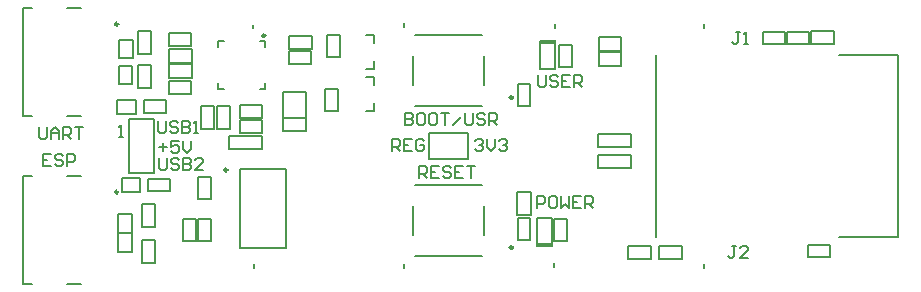
<source format=gto>
G04*
G04 #@! TF.GenerationSoftware,Altium Limited,Altium Designer,25.2.1 (25)*
G04*
G04 Layer_Color=65535*
%FSLAX25Y25*%
%MOIN*%
G70*
G04*
G04 #@! TF.SameCoordinates,CFDFC737-2A4F-4172-B32B-428E1D980CDD*
G04*
G04*
G04 #@! TF.FilePolarity,Positive*
G04*
G01*
G75*
%ADD10C,0.00984*%
%ADD11C,0.00600*%
%ADD12C,0.00787*%
%ADD13C,0.00500*%
%ADD14R,0.05600X0.01456*%
D10*
X29783Y34587D02*
G03*
X29783Y34587I-492J0D01*
G01*
Y90571D02*
G03*
X29783Y90571I-492J0D01*
G01*
X78792Y86800D02*
G03*
X78792Y86800I-492J0D01*
G01*
X161358Y66142D02*
G03*
X161358Y66142I-492J0D01*
G01*
X66189Y41992D02*
G03*
X66189Y41992I-492J0D01*
G01*
X161358Y16142D02*
G03*
X161358Y16142I-492J0D01*
G01*
D11*
X189798Y54000D02*
X197398D01*
X189798Y49600D02*
X197398D01*
X189798D02*
Y54000D01*
X75169Y9284D02*
Y10720D01*
X125061Y9176D02*
Y10612D01*
X174994Y9574D02*
Y11011D01*
X225022Y9357D02*
Y10793D01*
X74852Y89394D02*
Y90235D01*
X124895Y89500D02*
Y90879D01*
X175300Y89300D02*
Y90600D01*
X224991Y89347D02*
Y90783D01*
X244684Y83874D02*
Y88074D01*
Y83874D02*
X252084D01*
Y88074D01*
X244684D02*
X252084D01*
X252600Y83900D02*
X260000D01*
X252600D02*
Y88100D01*
X260000D01*
Y83900D02*
Y88100D01*
X66847Y48900D02*
Y53300D01*
Y48900D02*
X74447D01*
X66847Y53300D02*
X74447D01*
X34750Y79199D02*
Y85399D01*
X30150Y79199D02*
X34750D01*
X30150D02*
Y85399D01*
X34750D01*
X29917Y70586D02*
Y76786D01*
X34517D01*
Y70586D02*
Y76786D01*
X29917Y70586D02*
X34517D01*
X193200Y49600D02*
X200800D01*
X193200Y54000D02*
X200800D01*
Y49600D02*
Y54000D01*
X34303Y21124D02*
Y27324D01*
X29703Y21124D02*
X34303D01*
X29703D02*
Y27324D01*
X34303D01*
X62862Y55789D02*
X67062D01*
Y63189D01*
X62862D02*
X67062D01*
X62862Y55789D02*
Y63189D01*
X103200Y61499D02*
Y69099D01*
X98800Y61499D02*
X103200D01*
X98800D02*
Y69099D01*
X103200D01*
X57300Y55700D02*
Y63300D01*
X61700D01*
Y55700D02*
Y63300D01*
X57300Y55700D02*
X61700D01*
X77716Y59384D02*
Y63584D01*
X70316D02*
X77716D01*
X70316Y59384D02*
Y63584D01*
Y59384D02*
X77716D01*
X169300Y16730D02*
X174300D01*
Y26130D01*
X169300D02*
X174300D01*
X169300Y16730D02*
Y26130D01*
X207300Y12300D02*
Y16700D01*
X199700D02*
X207300D01*
X199700Y12300D02*
Y16700D01*
Y12300D02*
X207300D01*
X174900Y25800D02*
X179300D01*
X174900Y18200D02*
Y25800D01*
Y18200D02*
X179300D01*
Y25800D01*
X162853Y27130D02*
X167253D01*
Y34730D01*
X162853D02*
X167253D01*
X162853Y27130D02*
Y34730D01*
X163007Y18473D02*
Y25873D01*
X167207D01*
Y18473D02*
Y25873D01*
X163007Y18473D02*
X167207D01*
X170500Y85100D02*
X175500D01*
X170500Y75700D02*
Y85100D01*
Y75700D02*
X175500D01*
Y85100D01*
X176800Y83800D02*
X181200D01*
X176800Y76200D02*
Y83800D01*
Y76200D02*
X181200D01*
Y83800D01*
X33250Y41000D02*
Y59000D01*
Y41000D02*
X41750D01*
Y59000D01*
X33250D02*
X41750D01*
X133500Y45750D02*
Y54250D01*
Y45750D02*
X146500D01*
X133500Y54250D02*
X146500D01*
Y45750D02*
Y54250D01*
X36354Y80719D02*
Y88319D01*
X40754D01*
Y80719D02*
Y88319D01*
X36354Y80719D02*
X40754D01*
X29400Y60700D02*
Y65300D01*
Y60700D02*
X35600D01*
Y65300D01*
X29400D02*
X35600D01*
X45695Y60953D02*
Y65153D01*
X38295D02*
X45695D01*
X38295Y60953D02*
Y65153D01*
Y60953D02*
X45695D01*
X40661Y69212D02*
Y76812D01*
X36261Y69212D02*
X40661D01*
X36261D02*
Y76812D01*
X40661D01*
X46700Y72800D02*
Y77200D01*
Y72800D02*
X54300D01*
Y77200D01*
X46700D02*
X54300D01*
X46800Y71600D02*
X54200D01*
Y67400D02*
Y71600D01*
X46800Y67400D02*
X54200D01*
X46800D02*
Y71600D01*
X46700Y77800D02*
Y82200D01*
Y77800D02*
X54300D01*
Y82200D01*
X46700D02*
X54300D01*
X46800Y83400D02*
Y87600D01*
Y83400D02*
X54200D01*
Y87600D01*
X46800D02*
X54200D01*
X84837Y59425D02*
Y63825D01*
Y59425D02*
X92437D01*
Y63825D01*
X84818Y63474D02*
Y67874D01*
X92418Y63474D02*
Y67874D01*
X84818D02*
X92418D01*
X84871Y54974D02*
Y59374D01*
Y54974D02*
X92471D01*
Y59374D01*
X84871D02*
X92471D01*
X94300Y82300D02*
Y86700D01*
X86700D02*
X94300D01*
X86700Y82300D02*
Y86700D01*
Y82300D02*
X94300D01*
X86766Y77296D02*
X94166D01*
X86766D02*
Y81496D01*
X94166D01*
Y77296D02*
Y81496D01*
X99300Y79499D02*
X103700D01*
Y87099D01*
X99300D02*
X103700D01*
X99300Y79499D02*
Y87099D01*
X260823Y83982D02*
X268222D01*
X260823D02*
Y88182D01*
X268222D01*
Y83982D02*
Y88182D01*
X162900Y63300D02*
Y70700D01*
X167100D01*
Y63300D02*
Y70700D01*
X162900Y63300D02*
X167100D01*
X189901Y81800D02*
Y86200D01*
Y81800D02*
X197501D01*
Y86200D01*
X189901D02*
X197501D01*
X189901Y76800D02*
Y81200D01*
Y76800D02*
X197501D01*
Y81200D01*
X189901D02*
X197501D01*
X37800Y18501D02*
X42200D01*
X37800Y10901D02*
Y18501D01*
Y10901D02*
X42200D01*
Y18501D01*
X37800Y22901D02*
X42200D01*
Y30501D01*
X37800D02*
X42200D01*
X37800Y22901D02*
Y30501D01*
X55600Y18300D02*
Y25700D01*
X51400Y18300D02*
X55600D01*
X51400D02*
Y25700D01*
X55600D01*
X29700Y14620D02*
X34300D01*
Y20820D01*
X29700D02*
X34300D01*
X29700Y14620D02*
Y20820D01*
X30900Y34700D02*
Y39300D01*
Y34700D02*
X37100D01*
Y39300D01*
X30900D02*
X37100D01*
X39800Y34900D02*
X47200D01*
X39800D02*
Y39100D01*
X47200D01*
Y34900D02*
Y39100D01*
X60600Y18300D02*
Y25700D01*
X56400Y18300D02*
X60600D01*
X56400D02*
Y25700D01*
X60600D01*
X56400Y32300D02*
Y39700D01*
X60600D01*
Y32300D02*
Y39700D01*
X56400Y32300D02*
X60600D01*
X70300Y54400D02*
X77700D01*
X70300D02*
Y58600D01*
X77700D01*
Y54400D02*
Y58600D01*
X77849Y48900D02*
Y53300D01*
X70249D02*
X77849D01*
X70249Y48900D02*
X77849D01*
X217800Y12300D02*
Y16700D01*
X210200D02*
X217800D01*
X210200Y12300D02*
Y16700D01*
Y12300D02*
X217800D01*
X259800Y17100D02*
X267200D01*
Y12900D02*
Y17100D01*
X259800Y12900D02*
X267200D01*
X259800D02*
Y17100D01*
X193200Y42600D02*
X200800D01*
X193200Y47000D02*
X200800D01*
Y42600D02*
Y47000D01*
X189800Y42596D02*
Y46996D01*
Y42596D02*
X197400D01*
X189800Y46996D02*
X197400D01*
X43039Y58463D02*
Y55130D01*
X43705Y54464D01*
X45038D01*
X45704Y55130D01*
Y58463D01*
X49703Y57796D02*
X49037Y58463D01*
X47704D01*
X47037Y57796D01*
Y57130D01*
X47704Y56463D01*
X49037D01*
X49703Y55797D01*
Y55130D01*
X49037Y54464D01*
X47704D01*
X47037Y55130D01*
X51036Y58463D02*
Y54464D01*
X53035D01*
X53702Y55130D01*
Y55797D01*
X53035Y56463D01*
X51036D01*
X53035D01*
X53702Y57130D01*
Y57796D01*
X53035Y58463D01*
X51036D01*
X55035Y54464D02*
X56368D01*
X55701D01*
Y58463D01*
X55035Y57796D01*
X237166Y87899D02*
X235833D01*
X236499D01*
Y84566D01*
X235833Y83900D01*
X235166D01*
X234500Y84566D01*
X238499Y83900D02*
X239832D01*
X239165D01*
Y87899D01*
X238499Y87232D01*
X169700Y73799D02*
Y70466D01*
X170367Y69800D01*
X171699D01*
X172366Y70466D01*
Y73799D01*
X176365Y73132D02*
X175698Y73799D01*
X174365D01*
X173699Y73132D01*
Y72466D01*
X174365Y71799D01*
X175698D01*
X176365Y71133D01*
Y70466D01*
X175698Y69800D01*
X174365D01*
X173699Y70466D01*
X180363Y73799D02*
X177697D01*
Y69800D01*
X180363D01*
X177697Y71799D02*
X179030D01*
X181696Y69800D02*
Y73799D01*
X183695D01*
X184362Y73132D01*
Y71799D01*
X183695Y71133D01*
X181696D01*
X183029D02*
X184362Y69800D01*
X169500Y29200D02*
Y33199D01*
X171499D01*
X172166Y32532D01*
Y31199D01*
X171499Y30533D01*
X169500D01*
X175498Y33199D02*
X174165D01*
X173499Y32532D01*
Y29866D01*
X174165Y29200D01*
X175498D01*
X176164Y29866D01*
Y32532D01*
X175498Y33199D01*
X177497D02*
Y29200D01*
X178830Y30533D01*
X180163Y29200D01*
Y33199D01*
X184162D02*
X181496D01*
Y29200D01*
X184162D01*
X181496Y31199D02*
X182829D01*
X185495Y29200D02*
Y33199D01*
X187494D01*
X188161Y32532D01*
Y31199D01*
X187494Y30533D01*
X185495D01*
X186828D02*
X188161Y29200D01*
X125331Y60998D02*
Y56999D01*
X127330D01*
X127997Y57666D01*
Y58332D01*
X127330Y58999D01*
X125331D01*
X127330D01*
X127997Y59665D01*
Y60332D01*
X127330Y60998D01*
X125331D01*
X131329D02*
X129996D01*
X129330Y60332D01*
Y57666D01*
X129996Y56999D01*
X131329D01*
X131995Y57666D01*
Y60332D01*
X131329Y60998D01*
X135328D02*
X133995D01*
X133328Y60332D01*
Y57666D01*
X133995Y56999D01*
X135328D01*
X135994Y57666D01*
Y60332D01*
X135328Y60998D01*
X137327D02*
X139993D01*
X138660D01*
Y56999D01*
X141326D02*
X143992Y59665D01*
X145325Y60998D02*
Y57666D01*
X145991Y56999D01*
X147324D01*
X147990Y57666D01*
Y60998D01*
X151989Y60332D02*
X151323Y60998D01*
X149990D01*
X149323Y60332D01*
Y59665D01*
X149990Y58999D01*
X151323D01*
X151989Y58332D01*
Y57666D01*
X151323Y56999D01*
X149990D01*
X149323Y57666D01*
X153322Y56999D02*
Y60998D01*
X155321D01*
X155988Y60332D01*
Y58999D01*
X155321Y58332D01*
X153322D01*
X154655D02*
X155988Y56999D01*
X130171Y39292D02*
Y43290D01*
X132170D01*
X132836Y42624D01*
Y41291D01*
X132170Y40624D01*
X130171D01*
X131503D02*
X132836Y39292D01*
X136835Y43290D02*
X134169D01*
Y39292D01*
X136835D01*
X134169Y41291D02*
X135502D01*
X140834Y42624D02*
X140167Y43290D01*
X138834D01*
X138168Y42624D01*
Y41957D01*
X138834Y41291D01*
X140167D01*
X140834Y40624D01*
Y39958D01*
X140167Y39292D01*
X138834D01*
X138168Y39958D01*
X144833Y43290D02*
X142167D01*
Y39292D01*
X144833D01*
X142167Y41291D02*
X143500D01*
X146165Y43290D02*
X148831D01*
X147498D01*
Y39292D01*
X121161Y48165D02*
Y52164D01*
X123160D01*
X123827Y51497D01*
Y50164D01*
X123160Y49498D01*
X121161D01*
X122494D02*
X123827Y48165D01*
X127825Y52164D02*
X125160D01*
Y48165D01*
X127825D01*
X125160Y50164D02*
X126493D01*
X131824Y51497D02*
X131158Y52164D01*
X129825D01*
X129158Y51497D01*
Y48831D01*
X129825Y48165D01*
X131158D01*
X131824Y48831D01*
Y50164D01*
X130491D01*
X148700Y51632D02*
X149366Y52299D01*
X150699D01*
X151366Y51632D01*
Y50966D01*
X150699Y50299D01*
X150033D01*
X150699D01*
X151366Y49633D01*
Y48966D01*
X150699Y48300D01*
X149366D01*
X148700Y48966D01*
X152699Y52299D02*
Y49633D01*
X154032Y48300D01*
X155365Y49633D01*
Y52299D01*
X156697Y51632D02*
X157364Y52299D01*
X158697D01*
X159363Y51632D01*
Y50966D01*
X158697Y50299D01*
X158030D01*
X158697D01*
X159363Y49633D01*
Y48966D01*
X158697Y48300D01*
X157364D01*
X156697Y48966D01*
X43414Y45965D02*
Y42632D01*
X44081Y41966D01*
X45414D01*
X46080Y42632D01*
Y45965D01*
X50079Y45298D02*
X49412Y45965D01*
X48079D01*
X47413Y45298D01*
Y44632D01*
X48079Y43965D01*
X49412D01*
X50079Y43299D01*
Y42632D01*
X49412Y41966D01*
X48079D01*
X47413Y42632D01*
X51412Y45965D02*
Y41966D01*
X53411D01*
X54077Y42632D01*
Y43299D01*
X53411Y43965D01*
X51412D01*
X53411D01*
X54077Y44632D01*
Y45298D01*
X53411Y45965D01*
X51412D01*
X58076Y41966D02*
X55410D01*
X58076Y44632D01*
Y45298D01*
X57410Y45965D01*
X56077D01*
X55410Y45298D01*
X43524Y49789D02*
X46190D01*
X44857Y51122D02*
Y48456D01*
X50189Y51789D02*
X47523D01*
Y49789D01*
X48856Y50456D01*
X49522D01*
X50189Y49789D01*
Y48456D01*
X49522Y47790D01*
X48189D01*
X47523Y48456D01*
X51522Y51789D02*
Y49123D01*
X52855Y47790D01*
X54187Y49123D01*
Y51789D01*
X3500Y56299D02*
Y52966D01*
X4166Y52300D01*
X5499D01*
X6166Y52966D01*
Y56299D01*
X7499Y52300D02*
Y54966D01*
X8832Y56299D01*
X10165Y54966D01*
Y52300D01*
Y54299D01*
X7499D01*
X11497Y52300D02*
Y56299D01*
X13497D01*
X14163Y55632D01*
Y54299D01*
X13497Y53633D01*
X11497D01*
X12830D02*
X14163Y52300D01*
X15496Y56299D02*
X18162D01*
X16829D01*
Y52300D01*
X7366Y47199D02*
X4700D01*
Y43200D01*
X7366D01*
X4700Y45199D02*
X6033D01*
X11365Y46532D02*
X10698Y47199D01*
X9365D01*
X8699Y46532D01*
Y45866D01*
X9365Y45199D01*
X10698D01*
X11365Y44533D01*
Y43866D01*
X10698Y43200D01*
X9365D01*
X8699Y43866D01*
X12697Y43200D02*
Y47199D01*
X14697D01*
X15363Y46532D01*
Y45199D01*
X14697Y44533D01*
X12697D01*
X235766Y16499D02*
X234433D01*
X235099D01*
Y13167D01*
X234433Y12500D01*
X233766D01*
X233100Y13167D01*
X239764Y12500D02*
X237099D01*
X239764Y15166D01*
Y15832D01*
X239098Y16499D01*
X237765D01*
X237099Y15832D01*
X30100Y53100D02*
X31433D01*
X30766D01*
Y57099D01*
X30100Y56432D01*
D12*
X112500Y61590D02*
X115059D01*
Y64445D01*
X112500Y73008D02*
X115059D01*
Y70153D02*
Y73008D01*
X-1909Y4016D02*
X945D01*
X12559D02*
X17480D01*
X-1909D02*
Y40000D01*
X945D01*
X12559D02*
X17480D01*
X-1909Y60000D02*
X945D01*
X12559D02*
X17480D01*
X-1909D02*
Y95984D01*
X945D01*
X12559D02*
X17480D01*
X76906Y84874D02*
X78874D01*
Y82906D02*
Y84874D01*
X63126D02*
X65095D01*
X63126Y82906D02*
Y84874D01*
X76906Y69126D02*
X78874D01*
Y71095D01*
X63126Y69126D02*
X65095D01*
X63126D02*
Y71095D01*
X151811Y70177D02*
Y79823D01*
X128878Y86811D02*
X151122D01*
X128189Y70177D02*
Y79823D01*
X128878Y63189D02*
X151122D01*
X70323Y15811D02*
Y42189D01*
X85677Y15811D02*
Y42189D01*
X70323D02*
X85677D01*
X70323Y15811D02*
X85677D01*
X151811Y20177D02*
Y29823D01*
X128878Y36811D02*
X151122D01*
X128189Y20177D02*
Y29823D01*
X128878Y13189D02*
X151122D01*
X115059Y84153D02*
Y87008D01*
X112500D02*
X115059D01*
Y75590D02*
Y78445D01*
X112500Y75590D02*
X115059D01*
D13*
X289799Y19685D02*
Y80315D01*
X269917Y19685D02*
X289799D01*
X209090D02*
Y80315D01*
X269917D02*
X289799D01*
D14*
X171800Y17058D02*
D03*
X173000Y84772D02*
D03*
M02*

</source>
